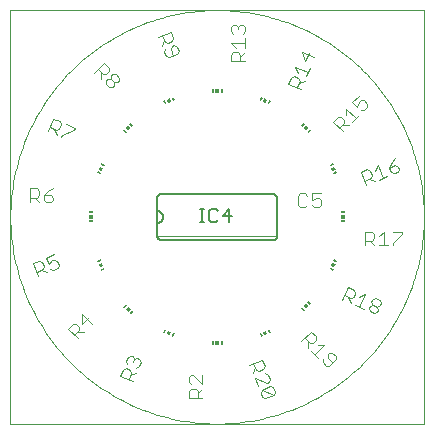
<source format=gto>
G75*
%MOIN*%
%OFA0B0*%
%FSLAX25Y25*%
%IPPOS*%
%LPD*%
%AMOC8*
5,1,8,0,0,1.08239X$1,22.5*
%
%ADD10C,0.00000*%
%ADD11C,0.00060*%
%ADD12R,0.00591X0.01181*%
%ADD13R,0.01181X0.01181*%
%ADD14C,0.00400*%
%ADD15R,0.01181X0.01181*%
%ADD16R,0.01181X0.00591*%
%ADD17C,0.00600*%
%ADD18C,0.00200*%
%ADD19C,0.00500*%
D10*
X0003862Y0002287D02*
X0003862Y0140083D01*
X0141657Y0140083D01*
X0141657Y0002287D01*
X0003862Y0002287D01*
D11*
X0003862Y0071185D02*
X0003883Y0072876D01*
X0003945Y0074566D01*
X0004049Y0076253D01*
X0004194Y0077938D01*
X0004380Y0079619D01*
X0004608Y0081294D01*
X0004876Y0082964D01*
X0005186Y0084626D01*
X0005536Y0086281D01*
X0005927Y0087926D01*
X0006358Y0089561D01*
X0006829Y0091185D01*
X0007339Y0092797D01*
X0007889Y0094396D01*
X0008479Y0095981D01*
X0009107Y0097551D01*
X0009773Y0099105D01*
X0010477Y0100643D01*
X0011219Y0102162D01*
X0011997Y0103663D01*
X0012813Y0105145D01*
X0013664Y0106606D01*
X0014551Y0108045D01*
X0015473Y0109463D01*
X0016430Y0110857D01*
X0017421Y0112227D01*
X0018445Y0113573D01*
X0019501Y0114893D01*
X0020590Y0116187D01*
X0021710Y0117454D01*
X0022861Y0118693D01*
X0024042Y0119903D01*
X0025252Y0121084D01*
X0026491Y0122235D01*
X0027758Y0123355D01*
X0029052Y0124444D01*
X0030372Y0125500D01*
X0031718Y0126524D01*
X0033088Y0127515D01*
X0034482Y0128472D01*
X0035900Y0129394D01*
X0037339Y0130281D01*
X0038800Y0131132D01*
X0040282Y0131948D01*
X0041783Y0132726D01*
X0043302Y0133468D01*
X0044840Y0134172D01*
X0046394Y0134838D01*
X0047964Y0135466D01*
X0049549Y0136056D01*
X0051148Y0136606D01*
X0052760Y0137116D01*
X0054384Y0137587D01*
X0056019Y0138018D01*
X0057664Y0138409D01*
X0059319Y0138759D01*
X0060981Y0139069D01*
X0062651Y0139337D01*
X0064326Y0139565D01*
X0066007Y0139751D01*
X0067692Y0139896D01*
X0069379Y0140000D01*
X0071069Y0140062D01*
X0072760Y0140083D01*
X0074451Y0140062D01*
X0076141Y0140000D01*
X0077828Y0139896D01*
X0079513Y0139751D01*
X0081194Y0139565D01*
X0082869Y0139337D01*
X0084539Y0139069D01*
X0086201Y0138759D01*
X0087856Y0138409D01*
X0089501Y0138018D01*
X0091136Y0137587D01*
X0092760Y0137116D01*
X0094372Y0136606D01*
X0095971Y0136056D01*
X0097556Y0135466D01*
X0099126Y0134838D01*
X0100680Y0134172D01*
X0102218Y0133468D01*
X0103737Y0132726D01*
X0105238Y0131948D01*
X0106720Y0131132D01*
X0108181Y0130281D01*
X0109620Y0129394D01*
X0111038Y0128472D01*
X0112432Y0127515D01*
X0113802Y0126524D01*
X0115148Y0125500D01*
X0116468Y0124444D01*
X0117762Y0123355D01*
X0119029Y0122235D01*
X0120268Y0121084D01*
X0121478Y0119903D01*
X0122659Y0118693D01*
X0123810Y0117454D01*
X0124930Y0116187D01*
X0126019Y0114893D01*
X0127075Y0113573D01*
X0128099Y0112227D01*
X0129090Y0110857D01*
X0130047Y0109463D01*
X0130969Y0108045D01*
X0131856Y0106606D01*
X0132707Y0105145D01*
X0133523Y0103663D01*
X0134301Y0102162D01*
X0135043Y0100643D01*
X0135747Y0099105D01*
X0136413Y0097551D01*
X0137041Y0095981D01*
X0137631Y0094396D01*
X0138181Y0092797D01*
X0138691Y0091185D01*
X0139162Y0089561D01*
X0139593Y0087926D01*
X0139984Y0086281D01*
X0140334Y0084626D01*
X0140644Y0082964D01*
X0140912Y0081294D01*
X0141140Y0079619D01*
X0141326Y0077938D01*
X0141471Y0076253D01*
X0141575Y0074566D01*
X0141637Y0072876D01*
X0141658Y0071185D01*
X0141637Y0069494D01*
X0141575Y0067804D01*
X0141471Y0066117D01*
X0141326Y0064432D01*
X0141140Y0062751D01*
X0140912Y0061076D01*
X0140644Y0059406D01*
X0140334Y0057744D01*
X0139984Y0056089D01*
X0139593Y0054444D01*
X0139162Y0052809D01*
X0138691Y0051185D01*
X0138181Y0049573D01*
X0137631Y0047974D01*
X0137041Y0046389D01*
X0136413Y0044819D01*
X0135747Y0043265D01*
X0135043Y0041727D01*
X0134301Y0040208D01*
X0133523Y0038707D01*
X0132707Y0037225D01*
X0131856Y0035764D01*
X0130969Y0034325D01*
X0130047Y0032907D01*
X0129090Y0031513D01*
X0128099Y0030143D01*
X0127075Y0028797D01*
X0126019Y0027477D01*
X0124930Y0026183D01*
X0123810Y0024916D01*
X0122659Y0023677D01*
X0121478Y0022467D01*
X0120268Y0021286D01*
X0119029Y0020135D01*
X0117762Y0019015D01*
X0116468Y0017926D01*
X0115148Y0016870D01*
X0113802Y0015846D01*
X0112432Y0014855D01*
X0111038Y0013898D01*
X0109620Y0012976D01*
X0108181Y0012089D01*
X0106720Y0011238D01*
X0105238Y0010422D01*
X0103737Y0009644D01*
X0102218Y0008902D01*
X0100680Y0008198D01*
X0099126Y0007532D01*
X0097556Y0006904D01*
X0095971Y0006314D01*
X0094372Y0005764D01*
X0092760Y0005254D01*
X0091136Y0004783D01*
X0089501Y0004352D01*
X0087856Y0003961D01*
X0086201Y0003611D01*
X0084539Y0003301D01*
X0082869Y0003033D01*
X0081194Y0002805D01*
X0079513Y0002619D01*
X0077828Y0002474D01*
X0076141Y0002370D01*
X0074451Y0002308D01*
X0072760Y0002287D01*
X0071069Y0002308D01*
X0069379Y0002370D01*
X0067692Y0002474D01*
X0066007Y0002619D01*
X0064326Y0002805D01*
X0062651Y0003033D01*
X0060981Y0003301D01*
X0059319Y0003611D01*
X0057664Y0003961D01*
X0056019Y0004352D01*
X0054384Y0004783D01*
X0052760Y0005254D01*
X0051148Y0005764D01*
X0049549Y0006314D01*
X0047964Y0006904D01*
X0046394Y0007532D01*
X0044840Y0008198D01*
X0043302Y0008902D01*
X0041783Y0009644D01*
X0040282Y0010422D01*
X0038800Y0011238D01*
X0037339Y0012089D01*
X0035900Y0012976D01*
X0034482Y0013898D01*
X0033088Y0014855D01*
X0031718Y0015846D01*
X0030372Y0016870D01*
X0029052Y0017926D01*
X0027758Y0019015D01*
X0026491Y0020135D01*
X0025252Y0021286D01*
X0024042Y0022467D01*
X0022861Y0023677D01*
X0021710Y0024916D01*
X0020590Y0026183D01*
X0019501Y0027477D01*
X0018445Y0028797D01*
X0017421Y0030143D01*
X0016430Y0031513D01*
X0015473Y0032907D01*
X0014551Y0034325D01*
X0013664Y0035764D01*
X0012813Y0037225D01*
X0011997Y0038707D01*
X0011219Y0040208D01*
X0010477Y0041727D01*
X0009773Y0043265D01*
X0009107Y0044819D01*
X0008479Y0046389D01*
X0007889Y0047974D01*
X0007339Y0049573D01*
X0006829Y0051185D01*
X0006358Y0052809D01*
X0005927Y0054444D01*
X0005536Y0056089D01*
X0005186Y0057744D01*
X0004876Y0059406D01*
X0004608Y0061076D01*
X0004380Y0062751D01*
X0004194Y0064432D01*
X0004049Y0066117D01*
X0003945Y0067804D01*
X0003883Y0069494D01*
X0003862Y0071185D01*
D12*
G36*
X0034113Y0085880D02*
X0033888Y0085336D01*
X0032799Y0085788D01*
X0033024Y0086332D01*
X0034113Y0085880D01*
G37*
G36*
X0035243Y0088608D02*
X0035018Y0088064D01*
X0033929Y0088516D01*
X0034154Y0089060D01*
X0035243Y0088608D01*
G37*
G36*
X0042671Y0099563D02*
X0042254Y0099146D01*
X0041421Y0099979D01*
X0041838Y0100396D01*
X0042671Y0099563D01*
G37*
G36*
X0044759Y0101651D02*
X0044342Y0101234D01*
X0043509Y0102067D01*
X0043926Y0102484D01*
X0044759Y0101651D01*
G37*
G36*
X0055841Y0108923D02*
X0055297Y0108698D01*
X0054845Y0109787D01*
X0055389Y0110012D01*
X0055841Y0108923D01*
G37*
G36*
X0058569Y0110053D02*
X0058025Y0109828D01*
X0057573Y0110917D01*
X0058117Y0111142D01*
X0058569Y0110053D01*
G37*
X0071283Y0113114D03*
X0074236Y0113114D03*
G36*
X0087455Y0109828D02*
X0086911Y0110053D01*
X0087363Y0111142D01*
X0087907Y0110917D01*
X0087455Y0109828D01*
G37*
G36*
X0090183Y0108698D02*
X0089639Y0108923D01*
X0090091Y0110012D01*
X0090635Y0109787D01*
X0090183Y0108698D01*
G37*
G36*
X0101138Y0101234D02*
X0100721Y0101651D01*
X0101554Y0102484D01*
X0101971Y0102067D01*
X0101138Y0101234D01*
G37*
G36*
X0103226Y0099146D02*
X0102809Y0099563D01*
X0103642Y0100396D01*
X0104059Y0099979D01*
X0103226Y0099146D01*
G37*
G36*
X0110497Y0088064D02*
X0110272Y0088608D01*
X0111361Y0089060D01*
X0111586Y0088516D01*
X0110497Y0088064D01*
G37*
G36*
X0111627Y0085336D02*
X0111402Y0085880D01*
X0112491Y0086332D01*
X0112716Y0085788D01*
X0111627Y0085336D01*
G37*
G36*
X0111402Y0056450D02*
X0111627Y0056994D01*
X0112716Y0056542D01*
X0112491Y0055998D01*
X0111402Y0056450D01*
G37*
G36*
X0110272Y0053722D02*
X0110497Y0054266D01*
X0111586Y0053814D01*
X0111361Y0053270D01*
X0110272Y0053722D01*
G37*
G36*
X0102809Y0042767D02*
X0103226Y0043184D01*
X0104059Y0042351D01*
X0103642Y0041934D01*
X0102809Y0042767D01*
G37*
G36*
X0100721Y0040680D02*
X0101138Y0041097D01*
X0101971Y0040264D01*
X0101554Y0039847D01*
X0100721Y0040680D01*
G37*
G36*
X0089639Y0033444D02*
X0090183Y0033669D01*
X0090635Y0032580D01*
X0090091Y0032355D01*
X0089639Y0033444D01*
G37*
G36*
X0086911Y0032314D02*
X0087455Y0032539D01*
X0087907Y0031450D01*
X0087363Y0031225D01*
X0086911Y0032314D01*
G37*
X0074236Y0029256D03*
X0071283Y0029256D03*
G36*
X0058025Y0032539D02*
X0058569Y0032314D01*
X0058117Y0031225D01*
X0057573Y0031450D01*
X0058025Y0032539D01*
G37*
G36*
X0055297Y0033669D02*
X0055841Y0033444D01*
X0055389Y0032355D01*
X0054845Y0032580D01*
X0055297Y0033669D01*
G37*
G36*
X0044342Y0040034D02*
X0044759Y0039617D01*
X0043926Y0038784D01*
X0043509Y0039201D01*
X0044342Y0040034D01*
G37*
G36*
X0042254Y0042121D02*
X0042671Y0041704D01*
X0041838Y0040871D01*
X0041421Y0041288D01*
X0042254Y0042121D01*
G37*
G36*
X0035018Y0054266D02*
X0035243Y0053722D01*
X0034154Y0053270D01*
X0033929Y0053814D01*
X0035018Y0054266D01*
G37*
G36*
X0033888Y0056994D02*
X0034113Y0056450D01*
X0033024Y0055998D01*
X0032799Y0056542D01*
X0033888Y0056994D01*
G37*
D13*
X0030831Y0071185D03*
X0072760Y0113114D03*
X0114689Y0071185D03*
X0072760Y0029256D03*
D14*
X0067879Y0018472D02*
X0067879Y0015402D01*
X0064809Y0018472D01*
X0064042Y0018472D01*
X0063275Y0017704D01*
X0063275Y0016170D01*
X0064042Y0015402D01*
X0064042Y0013868D02*
X0063275Y0013100D01*
X0063275Y0010798D01*
X0067879Y0010798D01*
X0066344Y0010798D02*
X0066344Y0013100D01*
X0065577Y0013868D01*
X0064042Y0013868D01*
X0066344Y0012333D02*
X0067879Y0013868D01*
X0083458Y0021839D02*
X0087712Y0023601D01*
X0088593Y0021474D01*
X0088177Y0020472D01*
X0086760Y0019884D01*
X0085757Y0020300D01*
X0084876Y0022426D01*
X0085463Y0021008D02*
X0084633Y0019003D01*
X0085220Y0017586D02*
X0089230Y0015924D01*
X0089939Y0016218D01*
X0090354Y0017221D01*
X0089767Y0018638D01*
X0088765Y0019054D01*
X0085220Y0017586D02*
X0086395Y0014750D01*
X0087691Y0013626D02*
X0091701Y0011965D01*
X0088865Y0010790D01*
X0087863Y0011205D01*
X0087276Y0012623D01*
X0087691Y0013626D01*
X0090526Y0014800D01*
X0091529Y0014385D01*
X0092116Y0012967D01*
X0091701Y0011965D01*
X0105223Y0025370D02*
X0108479Y0028625D01*
X0106308Y0028625D01*
X0105766Y0030253D02*
X0104680Y0029168D01*
X0103595Y0029168D01*
X0101968Y0030795D01*
X0103053Y0029710D02*
X0103053Y0027540D01*
X0104138Y0026455D02*
X0106308Y0024284D01*
X0107936Y0023742D02*
X0107936Y0022657D01*
X0109021Y0021572D01*
X0110106Y0021572D01*
X0112277Y0023742D01*
X0112277Y0024827D01*
X0111191Y0025912D01*
X0110106Y0025912D01*
X0109564Y0025370D01*
X0109564Y0024284D01*
X0111191Y0022657D01*
X0105766Y0030253D02*
X0105766Y0031338D01*
X0104138Y0032966D01*
X0100882Y0029710D01*
X0114533Y0043568D02*
X0116295Y0047821D01*
X0118421Y0046940D01*
X0118837Y0045938D01*
X0118249Y0044520D01*
X0117247Y0044104D01*
X0115120Y0044985D01*
X0116538Y0044398D02*
X0117368Y0042393D01*
X0118786Y0041806D02*
X0121622Y0040631D01*
X0120204Y0041218D02*
X0121966Y0045472D01*
X0119961Y0044641D01*
X0123627Y0041462D02*
X0124630Y0041877D01*
X0126047Y0041290D01*
X0126463Y0040287D01*
X0126169Y0039578D01*
X0125166Y0039163D01*
X0123749Y0039750D01*
X0123333Y0040753D01*
X0123627Y0041462D01*
X0124630Y0041877D02*
X0124214Y0042879D01*
X0124508Y0043588D01*
X0125510Y0044004D01*
X0126928Y0043416D01*
X0127344Y0042414D01*
X0127050Y0041705D01*
X0126047Y0041290D01*
X0126701Y0061704D02*
X0129770Y0061704D01*
X0128235Y0061704D02*
X0128235Y0066308D01*
X0126701Y0064773D01*
X0125166Y0064006D02*
X0124399Y0063239D01*
X0122097Y0063239D01*
X0123631Y0063239D02*
X0125166Y0061704D01*
X0125166Y0064006D02*
X0125166Y0065541D01*
X0124399Y0066308D01*
X0122097Y0066308D01*
X0122097Y0061704D01*
X0131305Y0061704D02*
X0131305Y0062471D01*
X0134374Y0065541D01*
X0134374Y0066308D01*
X0131305Y0066308D01*
X0122460Y0081852D02*
X0120698Y0086105D01*
X0122825Y0086986D01*
X0123828Y0086571D01*
X0124415Y0085153D01*
X0124000Y0084151D01*
X0121873Y0083270D01*
X0123291Y0083857D02*
X0125296Y0083026D01*
X0126714Y0083614D02*
X0129549Y0084788D01*
X0128131Y0084201D02*
X0126370Y0088455D01*
X0125539Y0086449D01*
X0130086Y0087502D02*
X0130673Y0086084D01*
X0131676Y0085669D01*
X0133094Y0086257D01*
X0133509Y0087259D01*
X0133215Y0087968D01*
X0132213Y0088383D01*
X0130086Y0087502D01*
X0130917Y0089507D01*
X0132041Y0090804D01*
X0118930Y0104042D02*
X0115674Y0107297D01*
X0115674Y0105127D01*
X0114046Y0104585D02*
X0115131Y0103499D01*
X0115131Y0102414D01*
X0113504Y0100786D01*
X0114589Y0099701D02*
X0111333Y0102957D01*
X0112961Y0104585D01*
X0114046Y0104585D01*
X0114589Y0101872D02*
X0116759Y0101872D01*
X0117844Y0102957D02*
X0120015Y0105127D01*
X0120557Y0106755D02*
X0121642Y0106755D01*
X0122728Y0107840D01*
X0122728Y0108925D01*
X0121642Y0110010D01*
X0120557Y0110010D01*
X0120015Y0109468D01*
X0119472Y0107840D01*
X0117844Y0109468D01*
X0120015Y0111638D01*
X0105168Y0124379D02*
X0100914Y0126141D01*
X0102160Y0123133D01*
X0103335Y0125969D01*
X0103700Y0120835D02*
X0102525Y0117999D01*
X0103112Y0119417D02*
X0098859Y0121179D01*
X0099689Y0119173D01*
X0098393Y0118049D02*
X0099811Y0117462D01*
X0100226Y0116459D01*
X0099345Y0114333D01*
X0099933Y0115750D02*
X0101938Y0116581D01*
X0100763Y0113745D02*
X0096510Y0115507D01*
X0097391Y0117634D01*
X0098393Y0118049D01*
X0082052Y0123003D02*
X0077448Y0123003D01*
X0077448Y0125305D01*
X0078215Y0126072D01*
X0079750Y0126072D01*
X0080517Y0125305D01*
X0080517Y0123003D01*
X0080517Y0124538D02*
X0082052Y0126072D01*
X0082052Y0127607D02*
X0082052Y0130676D01*
X0082052Y0129142D02*
X0077448Y0129142D01*
X0078983Y0127607D01*
X0078215Y0132211D02*
X0077448Y0132978D01*
X0077448Y0134513D01*
X0078215Y0135280D01*
X0078983Y0135280D01*
X0079750Y0134513D01*
X0080517Y0135280D01*
X0081285Y0135280D01*
X0082052Y0134513D01*
X0082052Y0132978D01*
X0081285Y0132211D01*
X0079750Y0133746D02*
X0079750Y0134513D01*
X0059961Y0126504D02*
X0059546Y0125501D01*
X0056710Y0124327D01*
X0055708Y0124742D01*
X0055120Y0126160D01*
X0055536Y0127162D01*
X0057247Y0127041D02*
X0058128Y0124914D01*
X0057247Y0127041D02*
X0057662Y0128043D01*
X0058371Y0128337D01*
X0059374Y0127922D01*
X0059961Y0126504D01*
X0057784Y0129755D02*
X0056366Y0129167D01*
X0055364Y0129583D01*
X0054483Y0131709D01*
X0055070Y0130292D02*
X0054239Y0128287D01*
X0053065Y0131122D02*
X0057318Y0132884D01*
X0058199Y0130757D01*
X0057784Y0129755D01*
X0040000Y0117617D02*
X0040000Y0116532D01*
X0039458Y0115990D01*
X0038372Y0115990D01*
X0037287Y0117075D01*
X0037287Y0118160D01*
X0037830Y0118702D01*
X0038915Y0118702D01*
X0040000Y0117617D01*
X0038372Y0115990D02*
X0038372Y0114904D01*
X0037830Y0114362D01*
X0036745Y0114362D01*
X0035660Y0115447D01*
X0035660Y0116532D01*
X0036202Y0117075D01*
X0037287Y0117075D01*
X0035660Y0118702D02*
X0034574Y0118702D01*
X0032947Y0120330D01*
X0034032Y0119245D02*
X0034032Y0117075D01*
X0035660Y0118702D02*
X0036745Y0119788D01*
X0036745Y0120873D01*
X0035117Y0122500D01*
X0031862Y0119245D01*
X0020291Y0103018D02*
X0018164Y0103899D01*
X0016403Y0099646D01*
X0016990Y0101064D02*
X0019117Y0100183D01*
X0020119Y0100598D01*
X0020706Y0102016D01*
X0020291Y0103018D01*
X0022418Y0102137D02*
X0025253Y0100963D01*
X0024960Y0100254D01*
X0020950Y0098593D01*
X0020656Y0097884D01*
X0019238Y0098471D02*
X0018408Y0100476D01*
X0018078Y0080670D02*
X0016543Y0079903D01*
X0015009Y0078368D01*
X0017311Y0078368D01*
X0018078Y0077601D01*
X0018078Y0076833D01*
X0017311Y0076066D01*
X0015776Y0076066D01*
X0015009Y0076833D01*
X0015009Y0078368D01*
X0013474Y0078368D02*
X0013474Y0079903D01*
X0012707Y0080670D01*
X0010405Y0080670D01*
X0010405Y0076066D01*
X0010405Y0077601D02*
X0012707Y0077601D01*
X0013474Y0078368D01*
X0011939Y0077601D02*
X0013474Y0076066D01*
X0018504Y0058680D02*
X0015669Y0057505D01*
X0016550Y0055379D01*
X0017674Y0056675D01*
X0018383Y0056969D01*
X0019385Y0056553D01*
X0019972Y0055135D01*
X0019557Y0054133D01*
X0018139Y0053546D01*
X0017137Y0053961D01*
X0016013Y0052665D02*
X0014008Y0053495D01*
X0014716Y0053789D02*
X0012590Y0052908D01*
X0013177Y0051490D02*
X0011415Y0055744D01*
X0013542Y0056625D01*
X0014544Y0056209D01*
X0015132Y0054791D01*
X0014716Y0053789D01*
X0027863Y0038819D02*
X0027863Y0035564D01*
X0030033Y0037734D01*
X0031118Y0035564D02*
X0027863Y0038819D01*
X0025693Y0035564D02*
X0024608Y0035564D01*
X0022980Y0033936D01*
X0026235Y0030680D01*
X0025150Y0031766D02*
X0026778Y0033393D01*
X0026778Y0034478D01*
X0025693Y0035564D01*
X0026235Y0032851D02*
X0028406Y0032851D01*
X0043043Y0024545D02*
X0042455Y0023127D01*
X0042871Y0022124D01*
X0042283Y0020706D02*
X0043701Y0020119D01*
X0044117Y0019117D01*
X0043236Y0016990D01*
X0043823Y0018408D02*
X0045828Y0019238D01*
X0045706Y0020950D02*
X0046709Y0021365D01*
X0047296Y0022783D01*
X0046881Y0023785D01*
X0046172Y0024079D01*
X0045169Y0023664D01*
X0044876Y0022955D01*
X0045169Y0023664D02*
X0044754Y0024666D01*
X0044045Y0024960D01*
X0043043Y0024545D01*
X0042283Y0020706D02*
X0041281Y0020291D01*
X0040400Y0018164D01*
X0044653Y0016403D01*
X0100542Y0074385D02*
X0102077Y0074385D01*
X0102844Y0075152D01*
X0104379Y0075152D02*
X0105146Y0074385D01*
X0106681Y0074385D01*
X0107448Y0075152D01*
X0107448Y0076687D01*
X0106681Y0077454D01*
X0105913Y0077454D01*
X0104379Y0076687D01*
X0104379Y0078989D01*
X0107448Y0078989D01*
X0102844Y0078222D02*
X0102077Y0078989D01*
X0100542Y0078989D01*
X0099775Y0078222D01*
X0099775Y0075152D01*
X0100542Y0074385D01*
D15*
G36*
X0111175Y0086428D02*
X0110724Y0087517D01*
X0111813Y0087968D01*
X0112264Y0086879D01*
X0111175Y0086428D01*
G37*
G36*
X0102390Y0099981D02*
X0101556Y0100815D01*
X0102390Y0101649D01*
X0103224Y0100815D01*
X0102390Y0099981D01*
G37*
G36*
X0089092Y0109150D02*
X0088003Y0109601D01*
X0088454Y0110690D01*
X0089543Y0110239D01*
X0089092Y0109150D01*
G37*
G36*
X0057477Y0109601D02*
X0056388Y0109150D01*
X0055937Y0110239D01*
X0057026Y0110690D01*
X0057477Y0109601D01*
G37*
G36*
X0043924Y0100815D02*
X0043090Y0099981D01*
X0042256Y0100815D01*
X0043090Y0101649D01*
X0043924Y0100815D01*
G37*
G36*
X0034791Y0087517D02*
X0034340Y0086428D01*
X0033251Y0086879D01*
X0033702Y0087968D01*
X0034791Y0087517D01*
G37*
G36*
X0034340Y0055902D02*
X0034791Y0054813D01*
X0033702Y0054362D01*
X0033251Y0055451D01*
X0034340Y0055902D01*
G37*
G36*
X0043090Y0041286D02*
X0043924Y0040452D01*
X0043090Y0039618D01*
X0042256Y0040452D01*
X0043090Y0041286D01*
G37*
G36*
X0056388Y0033217D02*
X0057477Y0032766D01*
X0057026Y0031677D01*
X0055937Y0032128D01*
X0056388Y0033217D01*
G37*
G36*
X0088003Y0032766D02*
X0089092Y0033217D01*
X0089543Y0032128D01*
X0088454Y0031677D01*
X0088003Y0032766D01*
G37*
G36*
X0101556Y0041515D02*
X0102390Y0042349D01*
X0103224Y0041515D01*
X0102390Y0040681D01*
X0101556Y0041515D01*
G37*
G36*
X0110724Y0054813D02*
X0111175Y0055902D01*
X0112264Y0055451D01*
X0111813Y0054362D01*
X0110724Y0054813D01*
G37*
D16*
X0114689Y0069709D03*
X0114689Y0072661D03*
X0030831Y0072661D03*
X0030831Y0069709D03*
D17*
X0052760Y0069185D02*
X0052760Y0064985D01*
X0052762Y0064909D01*
X0052768Y0064833D01*
X0052777Y0064758D01*
X0052791Y0064683D01*
X0052808Y0064609D01*
X0052829Y0064536D01*
X0052853Y0064464D01*
X0052882Y0064393D01*
X0052913Y0064324D01*
X0052948Y0064257D01*
X0052987Y0064192D01*
X0053029Y0064128D01*
X0053074Y0064067D01*
X0053122Y0064008D01*
X0053173Y0063952D01*
X0053227Y0063898D01*
X0053283Y0063847D01*
X0053342Y0063799D01*
X0053403Y0063754D01*
X0053467Y0063712D01*
X0053532Y0063673D01*
X0053599Y0063638D01*
X0053668Y0063607D01*
X0053739Y0063578D01*
X0053811Y0063554D01*
X0053884Y0063533D01*
X0053958Y0063516D01*
X0054033Y0063502D01*
X0054108Y0063493D01*
X0054184Y0063487D01*
X0054260Y0063485D01*
X0091260Y0063485D01*
X0091336Y0063487D01*
X0091412Y0063493D01*
X0091487Y0063502D01*
X0091562Y0063516D01*
X0091636Y0063533D01*
X0091709Y0063554D01*
X0091781Y0063578D01*
X0091852Y0063607D01*
X0091921Y0063638D01*
X0091988Y0063673D01*
X0092053Y0063712D01*
X0092117Y0063754D01*
X0092178Y0063799D01*
X0092237Y0063847D01*
X0092293Y0063898D01*
X0092347Y0063952D01*
X0092398Y0064008D01*
X0092446Y0064067D01*
X0092491Y0064128D01*
X0092533Y0064192D01*
X0092572Y0064257D01*
X0092607Y0064324D01*
X0092638Y0064393D01*
X0092667Y0064464D01*
X0092691Y0064536D01*
X0092712Y0064609D01*
X0092729Y0064683D01*
X0092743Y0064758D01*
X0092752Y0064833D01*
X0092758Y0064909D01*
X0092760Y0064985D01*
X0092760Y0077385D01*
X0092758Y0077461D01*
X0092752Y0077537D01*
X0092743Y0077612D01*
X0092729Y0077687D01*
X0092712Y0077761D01*
X0092691Y0077834D01*
X0092667Y0077906D01*
X0092638Y0077977D01*
X0092607Y0078046D01*
X0092572Y0078113D01*
X0092533Y0078178D01*
X0092491Y0078242D01*
X0092446Y0078303D01*
X0092398Y0078362D01*
X0092347Y0078418D01*
X0092293Y0078472D01*
X0092237Y0078523D01*
X0092178Y0078571D01*
X0092117Y0078616D01*
X0092053Y0078658D01*
X0091988Y0078697D01*
X0091921Y0078732D01*
X0091852Y0078763D01*
X0091781Y0078792D01*
X0091709Y0078816D01*
X0091636Y0078837D01*
X0091562Y0078854D01*
X0091487Y0078868D01*
X0091412Y0078877D01*
X0091336Y0078883D01*
X0091260Y0078885D01*
X0054260Y0078885D01*
X0054184Y0078883D01*
X0054108Y0078877D01*
X0054033Y0078868D01*
X0053958Y0078854D01*
X0053884Y0078837D01*
X0053811Y0078816D01*
X0053739Y0078792D01*
X0053668Y0078763D01*
X0053599Y0078732D01*
X0053532Y0078697D01*
X0053467Y0078658D01*
X0053403Y0078616D01*
X0053342Y0078571D01*
X0053283Y0078523D01*
X0053227Y0078472D01*
X0053173Y0078418D01*
X0053122Y0078362D01*
X0053074Y0078303D01*
X0053029Y0078242D01*
X0052987Y0078178D01*
X0052948Y0078113D01*
X0052913Y0078046D01*
X0052882Y0077977D01*
X0052853Y0077906D01*
X0052829Y0077834D01*
X0052808Y0077761D01*
X0052791Y0077687D01*
X0052777Y0077612D01*
X0052768Y0077537D01*
X0052762Y0077461D01*
X0052760Y0077385D01*
X0052760Y0073185D01*
X0052760Y0069185D01*
X0052848Y0069187D01*
X0052937Y0069193D01*
X0053025Y0069203D01*
X0053112Y0069216D01*
X0053199Y0069234D01*
X0053285Y0069255D01*
X0053370Y0069280D01*
X0053453Y0069309D01*
X0053536Y0069342D01*
X0053616Y0069378D01*
X0053695Y0069417D01*
X0053773Y0069460D01*
X0053848Y0069507D01*
X0053921Y0069557D01*
X0053992Y0069610D01*
X0054061Y0069666D01*
X0054127Y0069725D01*
X0054190Y0069787D01*
X0054250Y0069851D01*
X0054308Y0069918D01*
X0054362Y0069988D01*
X0054414Y0070060D01*
X0054462Y0070134D01*
X0054507Y0070211D01*
X0054548Y0070289D01*
X0054586Y0070369D01*
X0054620Y0070450D01*
X0054651Y0070533D01*
X0054678Y0070618D01*
X0054701Y0070703D01*
X0054720Y0070789D01*
X0054736Y0070877D01*
X0054748Y0070964D01*
X0054756Y0071052D01*
X0054760Y0071141D01*
X0054760Y0071229D01*
X0054756Y0071318D01*
X0054748Y0071406D01*
X0054736Y0071493D01*
X0054720Y0071581D01*
X0054701Y0071667D01*
X0054678Y0071752D01*
X0054651Y0071837D01*
X0054620Y0071920D01*
X0054586Y0072001D01*
X0054548Y0072081D01*
X0054507Y0072159D01*
X0054462Y0072236D01*
X0054414Y0072310D01*
X0054362Y0072382D01*
X0054308Y0072452D01*
X0054250Y0072519D01*
X0054190Y0072583D01*
X0054127Y0072645D01*
X0054061Y0072704D01*
X0053992Y0072760D01*
X0053921Y0072813D01*
X0053848Y0072863D01*
X0053773Y0072910D01*
X0053695Y0072953D01*
X0053616Y0072992D01*
X0053536Y0073028D01*
X0053453Y0073061D01*
X0053370Y0073090D01*
X0053285Y0073115D01*
X0053199Y0073136D01*
X0053112Y0073154D01*
X0053025Y0073167D01*
X0052937Y0073177D01*
X0052848Y0073183D01*
X0052760Y0073185D01*
D18*
X0052760Y0064885D02*
X0092760Y0064885D01*
D19*
X0076870Y0069344D02*
X0076870Y0073848D01*
X0074618Y0071596D01*
X0077621Y0071596D01*
X0073017Y0070095D02*
X0072266Y0069344D01*
X0070765Y0069344D01*
X0070015Y0070095D01*
X0070015Y0073098D01*
X0070765Y0073848D01*
X0072266Y0073848D01*
X0073017Y0073098D01*
X0068447Y0073848D02*
X0066945Y0073848D01*
X0067696Y0073848D02*
X0067696Y0069344D01*
X0066945Y0069344D02*
X0068447Y0069344D01*
M02*

</source>
